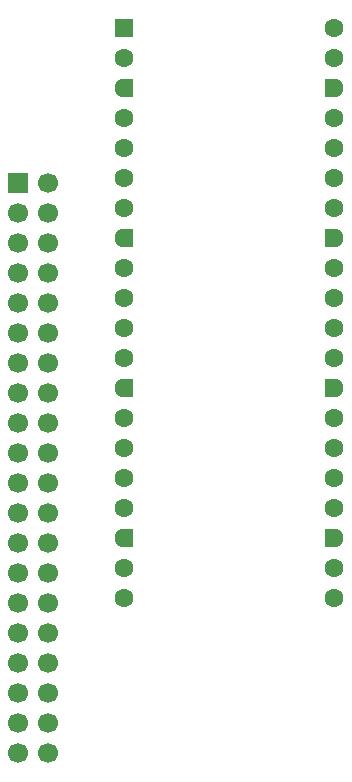
<source format=gbs>
%TF.GenerationSoftware,KiCad,Pcbnew,9.0.3*%
%TF.CreationDate,2025-08-16T09:01:18+02:00*%
%TF.ProjectId,PicoCalcPiZero,5069636f-4361-46c6-9350-695a65726f2e,rev?*%
%TF.SameCoordinates,Original*%
%TF.FileFunction,Soldermask,Bot*%
%TF.FilePolarity,Negative*%
%FSLAX46Y46*%
G04 Gerber Fmt 4.6, Leading zero omitted, Abs format (unit mm)*
G04 Created by KiCad (PCBNEW 9.0.3) date 2025-08-16 09:01:18*
%MOMM*%
%LPD*%
G01*
G04 APERTURE LIST*
G04 Aperture macros list*
%AMRoundRect*
0 Rectangle with rounded corners*
0 $1 Rounding radius*
0 $2 $3 $4 $5 $6 $7 $8 $9 X,Y pos of 4 corners*
0 Add a 4 corners polygon primitive as box body*
4,1,4,$2,$3,$4,$5,$6,$7,$8,$9,$2,$3,0*
0 Add four circle primitives for the rounded corners*
1,1,$1+$1,$2,$3*
1,1,$1+$1,$4,$5*
1,1,$1+$1,$6,$7*
1,1,$1+$1,$8,$9*
0 Add four rect primitives between the rounded corners*
20,1,$1+$1,$2,$3,$4,$5,0*
20,1,$1+$1,$4,$5,$6,$7,0*
20,1,$1+$1,$6,$7,$8,$9,0*
20,1,$1+$1,$8,$9,$2,$3,0*%
%AMFreePoly0*
4,1,37,0.603843,0.796157,0.639018,0.796157,0.711114,0.766294,0.766294,0.711114,0.796157,0.639018,0.796157,0.603843,0.800000,0.600000,0.800000,-0.600000,0.796157,-0.603843,0.796157,-0.639018,0.766294,-0.711114,0.711114,-0.766294,0.639018,-0.796157,0.603843,-0.796157,0.600000,-0.800000,0.000000,-0.800000,0.000000,-0.796148,-0.078414,-0.796148,-0.232228,-0.765552,-0.377117,-0.705537,
-0.507515,-0.618408,-0.618408,-0.507515,-0.705537,-0.377117,-0.765552,-0.232228,-0.796148,-0.078414,-0.796148,0.078414,-0.765552,0.232228,-0.705537,0.377117,-0.618408,0.507515,-0.507515,0.618408,-0.377117,0.705537,-0.232228,0.765552,-0.078414,0.796148,0.000000,0.796148,0.000000,0.800000,0.600000,0.800000,0.603843,0.796157,0.603843,0.796157,$1*%
%AMFreePoly1*
4,1,37,0.000000,0.796148,0.078414,0.796148,0.232228,0.765552,0.377117,0.705537,0.507515,0.618408,0.618408,0.507515,0.705537,0.377117,0.765552,0.232228,0.796148,0.078414,0.796148,-0.078414,0.765552,-0.232228,0.705537,-0.377117,0.618408,-0.507515,0.507515,-0.618408,0.377117,-0.705537,0.232228,-0.765552,0.078414,-0.796148,0.000000,-0.796148,0.000000,-0.800000,-0.600000,-0.800000,
-0.603843,-0.796157,-0.639018,-0.796157,-0.711114,-0.766294,-0.766294,-0.711114,-0.796157,-0.639018,-0.796157,-0.603843,-0.800000,-0.600000,-0.800000,0.600000,-0.796157,0.603843,-0.796157,0.639018,-0.766294,0.711114,-0.711114,0.766294,-0.639018,0.796157,-0.603843,0.796157,-0.600000,0.800000,0.000000,0.800000,0.000000,0.796148,0.000000,0.796148,$1*%
G04 Aperture macros list end*
%ADD10RoundRect,0.200000X-0.600000X-0.600000X0.600000X-0.600000X0.600000X0.600000X-0.600000X0.600000X0*%
%ADD11C,1.600000*%
%ADD12FreePoly0,0.000000*%
%ADD13FreePoly1,0.000000*%
%ADD14R,1.700000X1.700000*%
%ADD15C,1.700000*%
G04 APERTURE END LIST*
D10*
%TO.C,A1*%
X103420000Y-65740000D03*
D11*
X103420000Y-68280000D03*
D12*
X103420000Y-70820000D03*
D11*
X103420000Y-73360000D03*
X103420000Y-75900000D03*
X103420000Y-78440000D03*
X103420000Y-80980000D03*
D12*
X103420000Y-83520000D03*
D11*
X103420000Y-86060000D03*
X103420000Y-88600000D03*
X103420000Y-91140000D03*
X103420000Y-93680000D03*
D12*
X103420000Y-96220000D03*
D11*
X103420000Y-98760000D03*
X103420000Y-101300000D03*
X103420000Y-103840000D03*
X103420000Y-106380000D03*
D12*
X103420000Y-108920000D03*
D11*
X103420000Y-111460000D03*
X103420000Y-114000000D03*
X121200000Y-114000000D03*
X121200000Y-111460000D03*
D13*
X121200000Y-108920000D03*
D11*
X121200000Y-106380000D03*
X121200000Y-103840000D03*
X121200000Y-101300000D03*
X121200000Y-98760000D03*
D13*
X121200000Y-96220000D03*
D11*
X121200000Y-93680000D03*
X121200000Y-91140000D03*
X121200000Y-88600000D03*
X121200000Y-86060000D03*
D13*
X121200000Y-83520000D03*
D11*
X121200000Y-80980000D03*
X121200000Y-78440000D03*
X121200000Y-75900000D03*
X121200000Y-73360000D03*
D13*
X121200000Y-70820000D03*
D11*
X121200000Y-68280000D03*
X121200000Y-65740000D03*
%TD*%
D14*
%TO.C,J2*%
X94460000Y-78920000D03*
D15*
X97000000Y-78920000D03*
X94460000Y-81460000D03*
X97000000Y-81460000D03*
X94460000Y-84000000D03*
X97000000Y-84000000D03*
X94460000Y-86540000D03*
X97000000Y-86540000D03*
X94460000Y-89080000D03*
X97000000Y-89080000D03*
X94460000Y-91620000D03*
X97000000Y-91620000D03*
X94460000Y-94160000D03*
X97000000Y-94160000D03*
X94460000Y-96700000D03*
X97000000Y-96700000D03*
X94460000Y-99240000D03*
X97000000Y-99240000D03*
X94460000Y-101780000D03*
X97000000Y-101780000D03*
X94460000Y-104320000D03*
X97000000Y-104320000D03*
X94460000Y-106860000D03*
X97000000Y-106860000D03*
X94460000Y-109400000D03*
X97000000Y-109400000D03*
X94460000Y-111940000D03*
X97000000Y-111940000D03*
X94460000Y-114480000D03*
X97000000Y-114480000D03*
X94460000Y-117020000D03*
X97000000Y-117020000D03*
X94460000Y-119560000D03*
X97000000Y-119560000D03*
X94460000Y-122100000D03*
X97000000Y-122100000D03*
X94460000Y-124640000D03*
X97000000Y-124640000D03*
X94460000Y-127180000D03*
X97000000Y-127180000D03*
%TD*%
M02*

</source>
